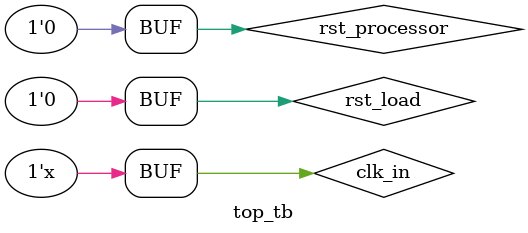
<source format=v>
`timescale 1ns / 1ps


module top(clk_in,rst_load,rst_processor,in_port,out_port,result);
    
input clk_in,rst_load,rst_processor;
input [7:0] in_port;
output [7:0] out_port, result;
wire done;

wire [15:0] DO;
wire [9:0] ADDR;
wire [1:0] mem_en;
wire [8:0] addr;
//wire clk;

bram flash_1(clk_in,mem_en[0],ADDR,DO,rst_load);

instr_load_counter c1(ADDR,addr,clk_in,rst_load,done,mem_en);

processor p1(clk_in, rst_processor, result,addr[7:0],DO,mem_en,out_port,in_port);  //(clk, reset, result,wr_addr,wr_data,we,out_port,in_port);
       
    
endmodule

module top_tb;


reg clk_in,rst_load,rst_processor;
reg [7:0] in_port;
wire [7:0] out_port, result;


top t1(clk_in,rst_load,rst_processor,in_port,out_port,result);

initial
begin
clk_in = 0;
rst_processor  = 1;
rst_load = 1;

#80 rst_load = 0;
 #12000 rst_processor = 0;


end

always #20 clk_in = ~clk_in;
endmodule


</source>
